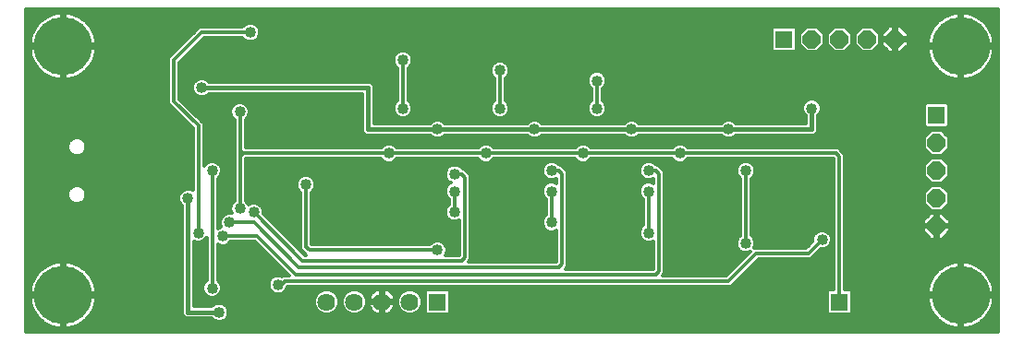
<source format=gbl>
G75*
G70*
%OFA0B0*%
%FSLAX24Y24*%
%IPPOS*%
%LPD*%
%AMOC8*
5,1,8,0,0,1.08239X$1,22.5*
%
%ADD10R,0.0640X0.0640*%
%ADD11OC8,0.0640*%
%ADD12C,0.2100*%
%ADD13C,0.0640*%
%ADD14C,0.0120*%
%ADD15C,0.0400*%
%ADD16C,0.0160*%
D10*
X015474Y007697D03*
X029974Y007697D03*
X033474Y014447D03*
X027974Y017197D03*
D11*
X028974Y017197D03*
X029974Y017197D03*
X030974Y017197D03*
X031974Y017197D03*
X033474Y013447D03*
X033474Y012447D03*
X033474Y011447D03*
X033474Y010447D03*
D12*
X034349Y007947D03*
X034349Y016947D03*
X001974Y016947D03*
X001974Y007947D03*
D13*
X011474Y007697D03*
X012474Y007697D03*
X013474Y007697D03*
X014474Y007697D03*
D14*
X000634Y006607D02*
X000634Y018283D01*
X035684Y018283D01*
X035684Y006607D01*
X000634Y006607D01*
X000634Y006648D02*
X035684Y006648D01*
X035684Y006766D02*
X034613Y006766D01*
X034552Y006752D02*
X034684Y006782D01*
X034812Y006827D01*
X034935Y006886D01*
X035050Y006959D01*
X035156Y007043D01*
X035252Y007139D01*
X035337Y007246D01*
X035409Y007361D01*
X035468Y007483D01*
X035513Y007611D01*
X035543Y007744D01*
X035559Y007879D01*
X035559Y007887D01*
X034409Y007887D01*
X034409Y008007D01*
X035559Y008007D01*
X035559Y008015D01*
X035543Y008150D01*
X035513Y008282D01*
X035468Y008411D01*
X035409Y008533D01*
X035337Y008648D01*
X035252Y008754D01*
X035156Y008851D01*
X035050Y008935D01*
X034935Y009008D01*
X034812Y009067D01*
X034684Y009111D01*
X034552Y009142D01*
X034417Y009157D01*
X034409Y009157D01*
X034409Y008007D01*
X034289Y008007D01*
X034289Y009157D01*
X034281Y009157D01*
X034146Y009142D01*
X034013Y009111D01*
X033885Y009067D01*
X033762Y009008D01*
X033647Y008935D01*
X033541Y008851D01*
X033445Y008754D01*
X033360Y008648D01*
X033288Y008533D01*
X033229Y008411D01*
X033184Y008282D01*
X033154Y008150D01*
X033139Y008015D01*
X033139Y008007D01*
X034289Y008007D01*
X034289Y007887D01*
X034409Y007887D01*
X034409Y006737D01*
X034417Y006737D01*
X034552Y006752D01*
X034409Y006766D02*
X034289Y006766D01*
X034289Y006737D02*
X034289Y007887D01*
X033139Y007887D01*
X033139Y007879D01*
X033154Y007744D01*
X033184Y007611D01*
X033229Y007483D01*
X033288Y007361D01*
X033360Y007246D01*
X033445Y007139D01*
X033541Y007043D01*
X033647Y006959D01*
X033762Y006886D01*
X033885Y006827D01*
X034013Y006782D01*
X034146Y006752D01*
X034281Y006737D01*
X034289Y006737D01*
X034289Y006885D02*
X034409Y006885D01*
X034409Y007003D02*
X034289Y007003D01*
X034289Y007122D02*
X034409Y007122D01*
X034409Y007240D02*
X034289Y007240D01*
X034289Y007359D02*
X034409Y007359D01*
X034409Y007477D02*
X034289Y007477D01*
X034289Y007596D02*
X034409Y007596D01*
X034409Y007714D02*
X034289Y007714D01*
X034289Y007833D02*
X034409Y007833D01*
X034409Y007952D02*
X035684Y007952D01*
X035684Y008070D02*
X035552Y008070D01*
X035535Y008189D02*
X035684Y008189D01*
X035684Y008307D02*
X035505Y008307D01*
X035461Y008426D02*
X035684Y008426D01*
X035684Y008544D02*
X035402Y008544D01*
X035325Y008663D02*
X035684Y008663D01*
X035684Y008781D02*
X035225Y008781D01*
X035094Y008900D02*
X035684Y008900D01*
X035684Y009018D02*
X034912Y009018D01*
X034572Y009137D02*
X035684Y009137D01*
X035684Y009256D02*
X030174Y009256D01*
X030174Y009374D02*
X035684Y009374D01*
X035684Y009493D02*
X030174Y009493D01*
X030174Y009611D02*
X035684Y009611D01*
X035684Y009730D02*
X030174Y009730D01*
X030174Y009848D02*
X035684Y009848D01*
X035684Y009967D02*
X030174Y009967D01*
X030174Y010085D02*
X033156Y010085D01*
X033038Y010204D02*
X030174Y010204D01*
X030174Y010322D02*
X032994Y010322D01*
X032994Y010248D02*
X032994Y010407D01*
X033433Y010407D01*
X033433Y010487D01*
X032994Y010487D01*
X032994Y010646D01*
X033275Y010927D01*
X033434Y010927D01*
X033434Y010487D01*
X033514Y010487D01*
X033954Y010487D01*
X033954Y010646D01*
X033672Y010927D01*
X033514Y010927D01*
X033514Y010487D01*
X033514Y010407D01*
X033954Y010407D01*
X033954Y010248D01*
X033672Y009967D01*
X033514Y009967D01*
X033514Y010407D01*
X033434Y010407D01*
X033434Y009967D01*
X033275Y009967D01*
X032994Y010248D01*
X033434Y010204D02*
X033514Y010204D01*
X033514Y010322D02*
X033434Y010322D01*
X033433Y010441D02*
X030174Y010441D01*
X030174Y010560D02*
X032994Y010560D01*
X033026Y010678D02*
X030174Y010678D01*
X030174Y010797D02*
X033145Y010797D01*
X033263Y010915D02*
X030174Y010915D01*
X030174Y011034D02*
X033236Y011034D01*
X033283Y010987D02*
X033014Y011256D01*
X033014Y011637D01*
X033283Y011907D01*
X033664Y011907D01*
X033934Y011637D01*
X033934Y011256D01*
X033664Y010987D01*
X033283Y010987D01*
X033434Y010915D02*
X033514Y010915D01*
X033514Y010797D02*
X033434Y010797D01*
X033434Y010678D02*
X033514Y010678D01*
X033514Y010560D02*
X033434Y010560D01*
X033514Y010441D02*
X035684Y010441D01*
X035684Y010322D02*
X033954Y010322D01*
X033909Y010204D02*
X035684Y010204D01*
X035684Y010085D02*
X033791Y010085D01*
X033514Y010085D02*
X033434Y010085D01*
X033954Y010560D02*
X035684Y010560D01*
X035684Y010678D02*
X033921Y010678D01*
X033803Y010797D02*
X035684Y010797D01*
X035684Y010915D02*
X033684Y010915D01*
X033711Y011034D02*
X035684Y011034D01*
X035684Y011152D02*
X033830Y011152D01*
X033934Y011271D02*
X035684Y011271D01*
X035684Y011389D02*
X033934Y011389D01*
X033934Y011508D02*
X035684Y011508D01*
X035684Y011626D02*
X033934Y011626D01*
X033826Y011745D02*
X035684Y011745D01*
X035684Y011864D02*
X033708Y011864D01*
X033664Y011987D02*
X033283Y011987D01*
X033014Y012256D01*
X033014Y012637D01*
X033283Y012907D01*
X033664Y012907D01*
X033934Y012637D01*
X033934Y012256D01*
X033664Y011987D01*
X033778Y012101D02*
X035684Y012101D01*
X035684Y012219D02*
X033896Y012219D01*
X033934Y012338D02*
X035684Y012338D01*
X035684Y012456D02*
X033934Y012456D01*
X033934Y012575D02*
X035684Y012575D01*
X035684Y012693D02*
X033878Y012693D01*
X033759Y012812D02*
X035684Y012812D01*
X035684Y012930D02*
X030174Y012930D01*
X030174Y012864D02*
X030174Y013030D01*
X030049Y013155D01*
X029932Y013272D01*
X024504Y013272D01*
X024416Y013360D01*
X024291Y013412D01*
X024156Y013412D01*
X024031Y013360D01*
X023943Y013272D01*
X021004Y013272D01*
X020916Y013360D01*
X020791Y013412D01*
X020656Y013412D01*
X020531Y013360D01*
X020443Y013272D01*
X017504Y013272D01*
X017416Y013360D01*
X017291Y013412D01*
X017156Y013412D01*
X017031Y013360D01*
X016943Y013272D01*
X014004Y013272D01*
X013916Y013360D01*
X013791Y013412D01*
X013656Y013412D01*
X013531Y013360D01*
X013443Y013272D01*
X008557Y013272D01*
X008549Y013280D01*
X008549Y014291D01*
X008637Y014379D01*
X008689Y014504D01*
X008689Y014640D01*
X008637Y014764D01*
X008541Y014860D01*
X008416Y014912D01*
X008281Y014912D01*
X008156Y014860D01*
X008060Y014764D01*
X008009Y014640D01*
X008009Y014504D01*
X008060Y014379D01*
X008149Y014291D01*
X008149Y013280D01*
X008149Y013114D01*
X008149Y013030D01*
X008149Y012864D01*
X008149Y011353D01*
X008060Y011264D01*
X008009Y011140D01*
X008009Y011004D01*
X008048Y010909D01*
X008041Y010912D01*
X007906Y010912D01*
X007781Y010860D01*
X007685Y010764D01*
X007634Y010640D01*
X007634Y010504D01*
X007672Y010412D01*
X007656Y010412D01*
X007549Y010367D01*
X007549Y012166D01*
X007637Y012254D01*
X007689Y012379D01*
X007689Y012515D01*
X007637Y012639D01*
X007541Y012735D01*
X007416Y012787D01*
X007281Y012787D01*
X007156Y012735D01*
X007060Y012639D01*
X007049Y012611D01*
X007049Y014155D01*
X006932Y014272D01*
X006931Y014272D01*
X006174Y015030D01*
X006174Y016364D01*
X007057Y017247D01*
X008443Y017247D01*
X008531Y017159D01*
X008656Y017107D01*
X008791Y017107D01*
X008916Y017159D01*
X009012Y017254D01*
X009064Y017379D01*
X009064Y017515D01*
X009012Y017639D01*
X008916Y017735D01*
X008791Y017787D01*
X008656Y017787D01*
X008531Y017735D01*
X008443Y017647D01*
X006891Y017647D01*
X006774Y017530D01*
X005774Y016530D01*
X005774Y016364D01*
X005774Y014864D01*
X005891Y014747D01*
X006649Y013989D01*
X006649Y011742D01*
X006541Y011787D01*
X006406Y011787D01*
X006281Y011735D01*
X006185Y011639D01*
X006134Y011515D01*
X006134Y011379D01*
X006185Y011254D01*
X006254Y011186D01*
X006254Y007413D01*
X006254Y007231D01*
X006383Y007102D01*
X007338Y007102D01*
X007406Y007034D01*
X007531Y006982D01*
X007666Y006982D01*
X007791Y007034D01*
X007887Y007129D01*
X007939Y007254D01*
X007939Y007390D01*
X007887Y007514D01*
X007791Y007610D01*
X007666Y007662D01*
X007531Y007662D01*
X007406Y007610D01*
X007338Y007542D01*
X006694Y007542D01*
X006694Y009893D01*
X006781Y009857D01*
X006916Y009857D01*
X007041Y009909D01*
X007137Y010004D01*
X007149Y010033D01*
X007149Y008478D01*
X007060Y008389D01*
X007009Y008265D01*
X007009Y008129D01*
X007060Y008004D01*
X007156Y007909D01*
X007281Y007857D01*
X007416Y007857D01*
X007541Y007909D01*
X007637Y008004D01*
X007689Y008129D01*
X007689Y008265D01*
X007637Y008389D01*
X007549Y008478D01*
X007549Y009776D01*
X007656Y009732D01*
X007791Y009732D01*
X007916Y009784D01*
X008004Y009872D01*
X008891Y009872D01*
X010116Y008647D01*
X009891Y008647D01*
X009872Y008628D01*
X009791Y008662D01*
X009656Y008662D01*
X009531Y008610D01*
X009435Y008514D01*
X009384Y008390D01*
X009384Y008254D01*
X009435Y008129D01*
X009531Y008034D01*
X009656Y007982D01*
X009791Y007982D01*
X009916Y008034D01*
X010012Y008129D01*
X010061Y008247D01*
X025891Y008247D01*
X026057Y008247D01*
X027057Y009247D01*
X028766Y009247D01*
X028932Y009247D01*
X029292Y009607D01*
X029416Y009607D01*
X029541Y009659D01*
X029637Y009754D01*
X029689Y009879D01*
X029689Y010015D01*
X029637Y010139D01*
X029541Y010235D01*
X029416Y010287D01*
X029281Y010287D01*
X029156Y010235D01*
X029060Y010139D01*
X029009Y010015D01*
X029009Y009890D01*
X028766Y009647D01*
X026894Y009647D01*
X026939Y009754D01*
X026939Y009890D01*
X026887Y010014D01*
X026799Y010103D01*
X026799Y012166D01*
X026887Y012254D01*
X026939Y012379D01*
X026939Y012515D01*
X026887Y012639D01*
X026791Y012735D01*
X026666Y012787D01*
X026531Y012787D01*
X026406Y012735D01*
X026310Y012639D01*
X026259Y012515D01*
X026259Y012379D01*
X026310Y012254D01*
X026399Y012166D01*
X026399Y010103D01*
X026310Y010014D01*
X026259Y009890D01*
X026259Y009754D01*
X026310Y009629D01*
X026406Y009534D01*
X026531Y009482D01*
X026666Y009482D01*
X026768Y009524D01*
X025891Y008647D01*
X023581Y008647D01*
X023674Y008739D01*
X023674Y012405D01*
X023557Y012522D01*
X023432Y012647D01*
X023379Y012647D01*
X023291Y012735D01*
X023166Y012787D01*
X023031Y012787D01*
X022906Y012735D01*
X022810Y012639D01*
X022759Y012515D01*
X022759Y012379D01*
X022810Y012254D01*
X022906Y012159D01*
X023031Y012107D01*
X023166Y012107D01*
X023274Y012151D01*
X023274Y011992D01*
X023166Y012037D01*
X023031Y012037D01*
X022906Y011985D01*
X022810Y011889D01*
X022759Y011765D01*
X022759Y011629D01*
X022810Y011504D01*
X022899Y011416D01*
X022899Y010478D01*
X022810Y010389D01*
X022759Y010265D01*
X022759Y010129D01*
X022810Y010004D01*
X022906Y009909D01*
X023031Y009857D01*
X023166Y009857D01*
X023274Y009901D01*
X023274Y008905D01*
X023266Y008897D01*
X020081Y008897D01*
X020174Y008989D01*
X020174Y009155D01*
X020174Y012405D01*
X020057Y012522D01*
X020056Y012522D01*
X019932Y012647D01*
X019879Y012647D01*
X019791Y012735D01*
X019666Y012787D01*
X019531Y012787D01*
X019406Y012735D01*
X019310Y012639D01*
X019259Y012515D01*
X019259Y012379D01*
X019310Y012254D01*
X019406Y012159D01*
X019531Y012107D01*
X019666Y012107D01*
X019774Y012151D01*
X019774Y011992D01*
X019666Y012037D01*
X019531Y012037D01*
X019406Y011985D01*
X019310Y011889D01*
X019259Y011765D01*
X019259Y011629D01*
X019310Y011504D01*
X019399Y011416D01*
X019399Y010853D01*
X019310Y010764D01*
X019259Y010640D01*
X019259Y010504D01*
X019310Y010379D01*
X019406Y010284D01*
X019531Y010232D01*
X019666Y010232D01*
X019774Y010276D01*
X019774Y009155D01*
X019766Y009147D01*
X016581Y009147D01*
X016674Y009239D01*
X016674Y009405D01*
X016674Y012280D01*
X016557Y012397D01*
X016432Y012522D01*
X016379Y012522D01*
X016291Y012610D01*
X016166Y012662D01*
X016031Y012662D01*
X015906Y012610D01*
X015810Y012514D01*
X015759Y012390D01*
X015759Y012254D01*
X015810Y012129D01*
X015906Y012034D01*
X015965Y012009D01*
X015906Y011985D01*
X015810Y011889D01*
X015759Y011765D01*
X015759Y011629D01*
X015810Y011504D01*
X015899Y011416D01*
X015899Y011228D01*
X015810Y011139D01*
X015759Y011015D01*
X015759Y010879D01*
X015810Y010754D01*
X015906Y010659D01*
X016031Y010607D01*
X016166Y010607D01*
X016274Y010651D01*
X016274Y009405D01*
X016266Y009397D01*
X015769Y009397D01*
X015814Y009504D01*
X015814Y009640D01*
X015762Y009764D01*
X015666Y009860D01*
X015541Y009912D01*
X015406Y009912D01*
X015281Y009860D01*
X015193Y009772D01*
X010932Y009772D01*
X010924Y009780D01*
X010924Y011666D01*
X011012Y011754D01*
X011064Y011879D01*
X011064Y012015D01*
X011012Y012139D01*
X010916Y012235D01*
X010791Y012287D01*
X010656Y012287D01*
X010531Y012235D01*
X010435Y012139D01*
X010384Y012015D01*
X010384Y011879D01*
X010435Y011754D01*
X010524Y011666D01*
X010524Y009780D01*
X010524Y009614D01*
X010649Y009489D01*
X010741Y009397D01*
X010682Y009397D01*
X009189Y010890D01*
X009189Y011015D01*
X009137Y011139D01*
X009041Y011235D01*
X008916Y011287D01*
X008781Y011287D01*
X008656Y011235D01*
X008651Y011230D01*
X008637Y011264D01*
X008549Y011353D01*
X008549Y012864D01*
X008557Y012872D01*
X013443Y012872D01*
X013531Y012784D01*
X013656Y012732D01*
X013791Y012732D01*
X013916Y012784D01*
X014004Y012872D01*
X016943Y012872D01*
X017031Y012784D01*
X017156Y012732D01*
X017291Y012732D01*
X017416Y012784D01*
X017504Y012872D01*
X020443Y012872D01*
X020531Y012784D01*
X020656Y012732D01*
X020791Y012732D01*
X020916Y012784D01*
X021004Y012872D01*
X023943Y012872D01*
X024031Y012784D01*
X024156Y012732D01*
X024291Y012732D01*
X024416Y012784D01*
X024504Y012872D01*
X029766Y012872D01*
X029774Y012864D01*
X029774Y008157D01*
X029596Y008157D01*
X029514Y008075D01*
X029514Y007319D01*
X029596Y007237D01*
X030352Y007237D01*
X030434Y007319D01*
X030434Y008075D01*
X030352Y008157D01*
X030174Y008157D01*
X030174Y012864D01*
X030174Y012812D02*
X033188Y012812D01*
X033070Y012693D02*
X030174Y012693D01*
X030174Y012575D02*
X033014Y012575D01*
X033014Y012456D02*
X030174Y012456D01*
X030174Y012338D02*
X033014Y012338D01*
X033051Y012219D02*
X030174Y012219D01*
X030174Y012101D02*
X033169Y012101D01*
X033240Y011864D02*
X030174Y011864D01*
X030174Y011982D02*
X035684Y011982D01*
X035684Y013049D02*
X033726Y013049D01*
X033664Y012987D02*
X033934Y013256D01*
X033934Y013637D01*
X033664Y013907D01*
X033283Y013907D01*
X033014Y013637D01*
X033014Y013256D01*
X033283Y012987D01*
X033664Y012987D01*
X033845Y013167D02*
X035684Y013167D01*
X035684Y013286D02*
X033934Y013286D01*
X033934Y013405D02*
X035684Y013405D01*
X035684Y013523D02*
X033934Y013523D01*
X033929Y013642D02*
X035684Y013642D01*
X035684Y013760D02*
X033811Y013760D01*
X033692Y013879D02*
X035684Y013879D01*
X035684Y013997D02*
X033862Y013997D01*
X033852Y013987D02*
X033934Y014069D01*
X033934Y014825D01*
X033852Y014907D01*
X033096Y014907D01*
X033014Y014825D01*
X033014Y014069D01*
X033096Y013987D01*
X033852Y013987D01*
X033934Y014116D02*
X035684Y014116D01*
X035684Y014234D02*
X033934Y014234D01*
X033934Y014353D02*
X035684Y014353D01*
X035684Y014471D02*
X033934Y014471D01*
X033934Y014590D02*
X035684Y014590D01*
X035684Y014709D02*
X033934Y014709D01*
X033931Y014827D02*
X035684Y014827D01*
X035684Y014946D02*
X029206Y014946D01*
X029166Y014985D02*
X029041Y015037D01*
X028906Y015037D01*
X028781Y014985D01*
X028685Y014889D01*
X028634Y014765D01*
X028634Y014629D01*
X028685Y014504D01*
X028754Y014436D01*
X028754Y014167D01*
X026234Y014167D01*
X026166Y014235D01*
X026041Y014287D01*
X025906Y014287D01*
X025781Y014235D01*
X025713Y014167D01*
X022734Y014167D01*
X022666Y014235D01*
X022541Y014287D01*
X022406Y014287D01*
X022281Y014235D01*
X022213Y014167D01*
X019234Y014167D01*
X019166Y014235D01*
X019041Y014287D01*
X018906Y014287D01*
X018781Y014235D01*
X018713Y014167D01*
X015734Y014167D01*
X015666Y014235D01*
X015541Y014287D01*
X015406Y014287D01*
X015281Y014235D01*
X015213Y014167D01*
X013194Y014167D01*
X013194Y015356D01*
X013194Y015538D01*
X013065Y015667D01*
X007234Y015667D01*
X007166Y015735D01*
X007041Y015787D01*
X006906Y015787D01*
X006781Y015735D01*
X006685Y015639D01*
X006634Y015515D01*
X006634Y015379D01*
X006685Y015254D01*
X006781Y015159D01*
X006906Y015107D01*
X007041Y015107D01*
X007166Y015159D01*
X007234Y015227D01*
X012754Y015227D01*
X012754Y014038D01*
X012754Y013856D01*
X012883Y013727D01*
X015213Y013727D01*
X015281Y013659D01*
X015406Y013607D01*
X015541Y013607D01*
X015666Y013659D01*
X015734Y013727D01*
X018713Y013727D01*
X018781Y013659D01*
X018906Y013607D01*
X019041Y013607D01*
X019166Y013659D01*
X019234Y013727D01*
X022213Y013727D01*
X022281Y013659D01*
X022406Y013607D01*
X022541Y013607D01*
X022666Y013659D01*
X022734Y013727D01*
X025713Y013727D01*
X025781Y013659D01*
X025906Y013607D01*
X026041Y013607D01*
X026166Y013659D01*
X026234Y013727D01*
X029065Y013727D01*
X029194Y013856D01*
X029194Y014038D01*
X029194Y014436D01*
X029262Y014504D01*
X029314Y014629D01*
X029314Y014765D01*
X029262Y014889D01*
X029166Y014985D01*
X029288Y014827D02*
X033016Y014827D01*
X033014Y014709D02*
X029314Y014709D01*
X029297Y014590D02*
X033014Y014590D01*
X033014Y014471D02*
X029229Y014471D01*
X029194Y014353D02*
X033014Y014353D01*
X033014Y014234D02*
X029194Y014234D01*
X029194Y014116D02*
X033014Y014116D01*
X033085Y013997D02*
X029194Y013997D01*
X029194Y013879D02*
X033255Y013879D01*
X033136Y013760D02*
X029098Y013760D01*
X028754Y014234D02*
X026167Y014234D01*
X025780Y014234D02*
X022667Y014234D01*
X022280Y014234D02*
X019167Y014234D01*
X018780Y014234D02*
X015667Y014234D01*
X015280Y014234D02*
X013194Y014234D01*
X013194Y014353D02*
X028754Y014353D01*
X028718Y014471D02*
X021479Y014471D01*
X021512Y014504D02*
X021564Y014629D01*
X021564Y014765D01*
X021512Y014889D01*
X021424Y014978D01*
X021424Y015416D01*
X021512Y015504D01*
X021564Y015629D01*
X021564Y015765D01*
X021512Y015889D01*
X021416Y015985D01*
X021291Y016037D01*
X021156Y016037D01*
X021031Y015985D01*
X020935Y015889D01*
X020884Y015765D01*
X020884Y015629D01*
X020935Y015504D01*
X021024Y015416D01*
X021024Y014978D01*
X020935Y014889D01*
X020884Y014765D01*
X020884Y014629D01*
X020935Y014504D01*
X021031Y014409D01*
X021156Y014357D01*
X021291Y014357D01*
X021416Y014409D01*
X021512Y014504D01*
X021547Y014590D02*
X028650Y014590D01*
X028634Y014709D02*
X021564Y014709D01*
X021538Y014827D02*
X028660Y014827D01*
X028742Y014946D02*
X021456Y014946D01*
X021424Y015064D02*
X035684Y015064D01*
X035684Y015183D02*
X021424Y015183D01*
X021424Y015301D02*
X035684Y015301D01*
X035684Y015420D02*
X021427Y015420D01*
X021526Y015538D02*
X035684Y015538D01*
X035684Y015657D02*
X021564Y015657D01*
X021559Y015775D02*
X034044Y015775D01*
X034013Y015782D02*
X034146Y015752D01*
X034281Y015737D01*
X034289Y015737D01*
X034289Y016887D01*
X034409Y016887D01*
X034409Y017007D01*
X035559Y017007D01*
X035559Y017015D01*
X035543Y017150D01*
X035513Y017282D01*
X035468Y017411D01*
X035409Y017533D01*
X035337Y017648D01*
X035252Y017754D01*
X035156Y017851D01*
X035050Y017935D01*
X034935Y018008D01*
X034812Y018067D01*
X034684Y018111D01*
X034552Y018142D01*
X034417Y018157D01*
X034409Y018157D01*
X034409Y017007D01*
X034289Y017007D01*
X034289Y018157D01*
X034281Y018157D01*
X034146Y018142D01*
X034013Y018111D01*
X033885Y018067D01*
X033762Y018008D01*
X033647Y017935D01*
X033541Y017851D01*
X033445Y017754D01*
X033360Y017648D01*
X033288Y017533D01*
X033229Y017411D01*
X033184Y017282D01*
X033154Y017150D01*
X033139Y017015D01*
X033139Y017007D01*
X034289Y017007D01*
X034289Y016887D01*
X033139Y016887D01*
X033139Y016879D01*
X033154Y016744D01*
X033184Y016611D01*
X033229Y016483D01*
X033288Y016361D01*
X033360Y016246D01*
X033445Y016139D01*
X033541Y016043D01*
X033647Y015959D01*
X033762Y015886D01*
X033885Y015827D01*
X034013Y015782D01*
X034289Y015775D02*
X034409Y015775D01*
X034409Y015737D02*
X034417Y015737D01*
X034552Y015752D01*
X034684Y015782D01*
X034812Y015827D01*
X034935Y015886D01*
X035050Y015959D01*
X035156Y016043D01*
X035252Y016139D01*
X035337Y016246D01*
X035409Y016361D01*
X035468Y016483D01*
X035513Y016611D01*
X035543Y016744D01*
X035559Y016879D01*
X035559Y016887D01*
X034409Y016887D01*
X034409Y015737D01*
X034409Y015894D02*
X034289Y015894D01*
X034289Y016013D02*
X034409Y016013D01*
X034409Y016131D02*
X034289Y016131D01*
X034289Y016250D02*
X034409Y016250D01*
X034409Y016368D02*
X034289Y016368D01*
X034289Y016487D02*
X034409Y016487D01*
X034409Y016605D02*
X034289Y016605D01*
X034289Y016724D02*
X034409Y016724D01*
X034409Y016842D02*
X034289Y016842D01*
X034289Y016961D02*
X032416Y016961D01*
X032454Y016998D02*
X032172Y016717D01*
X032014Y016717D01*
X032014Y017157D01*
X032014Y017237D01*
X032454Y017237D01*
X032454Y017396D01*
X032172Y017677D01*
X032014Y017677D01*
X032014Y017237D01*
X031934Y017237D01*
X031934Y017677D01*
X031775Y017677D01*
X031494Y017396D01*
X031494Y017237D01*
X031933Y017237D01*
X031933Y017157D01*
X031494Y017157D01*
X031494Y016998D01*
X031775Y016717D01*
X031934Y016717D01*
X031934Y017157D01*
X032014Y017157D01*
X032454Y017157D01*
X032454Y016998D01*
X032454Y017079D02*
X033146Y017079D01*
X033165Y017198D02*
X032014Y017198D01*
X031933Y017198D02*
X031434Y017198D01*
X031434Y017316D02*
X031494Y017316D01*
X031434Y017387D02*
X031434Y017006D01*
X031164Y016737D01*
X030783Y016737D01*
X030514Y017006D01*
X030514Y017387D01*
X030783Y017657D01*
X031164Y017657D01*
X031434Y017387D01*
X031386Y017435D02*
X031533Y017435D01*
X031652Y017554D02*
X031268Y017554D01*
X031770Y017672D02*
X008979Y017672D01*
X009048Y017554D02*
X027514Y017554D01*
X027514Y017575D02*
X027514Y016819D01*
X027596Y016737D01*
X028352Y016737D01*
X028434Y016819D01*
X028434Y017575D01*
X028352Y017657D01*
X027596Y017657D01*
X027514Y017575D01*
X027514Y017435D02*
X009064Y017435D01*
X009038Y017316D02*
X027514Y017316D01*
X027514Y017198D02*
X008956Y017198D01*
X008724Y017447D02*
X006974Y017447D01*
X005974Y016447D01*
X005974Y014947D01*
X006849Y014072D01*
X006849Y010197D01*
X007099Y009967D02*
X007149Y009967D01*
X007149Y009848D02*
X006694Y009848D01*
X006694Y009730D02*
X007149Y009730D01*
X007149Y009611D02*
X006694Y009611D01*
X006694Y009493D02*
X007149Y009493D01*
X007149Y009374D02*
X006694Y009374D01*
X006694Y009256D02*
X007149Y009256D01*
X007149Y009137D02*
X006694Y009137D01*
X006694Y009018D02*
X007149Y009018D01*
X007149Y008900D02*
X006694Y008900D01*
X006694Y008781D02*
X007149Y008781D01*
X007149Y008663D02*
X006694Y008663D01*
X006694Y008544D02*
X007149Y008544D01*
X007097Y008426D02*
X006694Y008426D01*
X006694Y008307D02*
X007026Y008307D01*
X007009Y008189D02*
X006694Y008189D01*
X006694Y008070D02*
X007033Y008070D01*
X007113Y007952D02*
X006694Y007952D01*
X006694Y007833D02*
X011032Y007833D01*
X011014Y007788D02*
X011014Y007605D01*
X011084Y007436D01*
X011213Y007307D01*
X011382Y007237D01*
X011565Y007237D01*
X011734Y007307D01*
X011864Y007436D01*
X011934Y007605D01*
X011934Y007788D01*
X011864Y007957D01*
X011734Y008087D01*
X011565Y008157D01*
X011382Y008157D01*
X011213Y008087D01*
X011084Y007957D01*
X011014Y007788D01*
X011014Y007714D02*
X006694Y007714D01*
X006694Y007596D02*
X007392Y007596D01*
X007805Y007596D02*
X011018Y007596D01*
X011067Y007477D02*
X007902Y007477D01*
X007939Y007359D02*
X011161Y007359D01*
X011374Y007240D02*
X007933Y007240D01*
X007879Y007122D02*
X033463Y007122D01*
X033365Y007240D02*
X030355Y007240D01*
X030434Y007359D02*
X033289Y007359D01*
X033232Y007477D02*
X030434Y007477D01*
X030434Y007596D02*
X033190Y007596D01*
X033161Y007714D02*
X030434Y007714D01*
X030434Y007833D02*
X033144Y007833D01*
X033145Y008070D02*
X030434Y008070D01*
X030434Y007952D02*
X034289Y007952D01*
X034289Y008070D02*
X034409Y008070D01*
X034409Y008189D02*
X034289Y008189D01*
X034289Y008307D02*
X034409Y008307D01*
X034409Y008426D02*
X034289Y008426D01*
X034289Y008544D02*
X034409Y008544D01*
X034409Y008663D02*
X034289Y008663D01*
X034289Y008781D02*
X034409Y008781D01*
X034409Y008900D02*
X034289Y008900D01*
X034289Y009018D02*
X034409Y009018D01*
X034409Y009137D02*
X034289Y009137D01*
X034125Y009137D02*
X030174Y009137D01*
X030174Y009018D02*
X033785Y009018D01*
X033603Y008900D02*
X030174Y008900D01*
X030174Y008781D02*
X033472Y008781D01*
X033372Y008663D02*
X030174Y008663D01*
X030174Y008544D02*
X033295Y008544D01*
X033236Y008426D02*
X030174Y008426D01*
X030174Y008307D02*
X033193Y008307D01*
X033163Y008189D02*
X030174Y008189D01*
X029774Y008189D02*
X010036Y008189D01*
X009953Y008070D02*
X011196Y008070D01*
X011081Y007952D02*
X007584Y007952D01*
X007664Y008070D02*
X009495Y008070D01*
X009411Y008189D02*
X007689Y008189D01*
X007671Y008307D02*
X009384Y008307D01*
X009399Y008426D02*
X007601Y008426D01*
X007549Y008544D02*
X009465Y008544D01*
X009724Y008322D02*
X009849Y008322D01*
X009974Y008447D01*
X025974Y008447D01*
X026974Y009447D01*
X028849Y009447D01*
X029349Y009947D01*
X029659Y010085D02*
X029774Y010085D01*
X029774Y009967D02*
X029689Y009967D01*
X029676Y009848D02*
X029774Y009848D01*
X029774Y009730D02*
X029612Y009730D01*
X029774Y009611D02*
X029427Y009611D01*
X029177Y009493D02*
X029774Y009493D01*
X029774Y009374D02*
X029059Y009374D01*
X028940Y009256D02*
X029774Y009256D01*
X029774Y009137D02*
X026947Y009137D01*
X026828Y009018D02*
X029774Y009018D01*
X029774Y008900D02*
X026710Y008900D01*
X026591Y008781D02*
X029774Y008781D01*
X029774Y008663D02*
X026472Y008663D01*
X026354Y008544D02*
X029774Y008544D01*
X029774Y008426D02*
X026235Y008426D01*
X026117Y008307D02*
X029774Y008307D01*
X029514Y008070D02*
X015934Y008070D01*
X015934Y008075D02*
X015852Y008157D01*
X015096Y008157D01*
X015014Y008075D01*
X015014Y007319D01*
X015096Y007237D01*
X015852Y007237D01*
X015934Y007319D01*
X015934Y008075D01*
X015934Y007952D02*
X029514Y007952D01*
X029514Y007833D02*
X015934Y007833D01*
X015934Y007714D02*
X029514Y007714D01*
X029514Y007596D02*
X015934Y007596D01*
X015934Y007477D02*
X029514Y007477D01*
X029514Y007359D02*
X015934Y007359D01*
X015855Y007240D02*
X029592Y007240D01*
X029974Y007697D02*
X029974Y012947D01*
X029849Y013072D01*
X024224Y013072D01*
X020724Y013072D01*
X017224Y013072D01*
X013724Y013072D01*
X008474Y013072D01*
X008349Y012947D01*
X008349Y013072D01*
X008349Y013197D01*
X008474Y013072D01*
X008349Y013072D01*
X008349Y013197D02*
X008349Y014572D01*
X008660Y014709D02*
X012754Y014709D01*
X012754Y014827D02*
X008574Y014827D01*
X008689Y014590D02*
X012754Y014590D01*
X012754Y014471D02*
X008675Y014471D01*
X008610Y014353D02*
X012754Y014353D01*
X012754Y014234D02*
X008549Y014234D01*
X008549Y014116D02*
X012754Y014116D01*
X012754Y013997D02*
X008549Y013997D01*
X008549Y013879D02*
X012754Y013879D01*
X012849Y013760D02*
X008549Y013760D01*
X008549Y013642D02*
X015322Y013642D01*
X015625Y013642D02*
X018822Y013642D01*
X019125Y013642D02*
X022322Y013642D01*
X022625Y013642D02*
X025822Y013642D01*
X026125Y013642D02*
X033018Y013642D01*
X033014Y013523D02*
X008549Y013523D01*
X008549Y013405D02*
X013638Y013405D01*
X013809Y013405D02*
X017138Y013405D01*
X017309Y013405D02*
X020638Y013405D01*
X020809Y013405D02*
X024138Y013405D01*
X024309Y013405D02*
X033014Y013405D01*
X033014Y013286D02*
X024490Y013286D01*
X023957Y013286D02*
X020990Y013286D01*
X020457Y013286D02*
X017490Y013286D01*
X016957Y013286D02*
X013990Y013286D01*
X013457Y013286D02*
X008549Y013286D01*
X008149Y013286D02*
X007049Y013286D01*
X007049Y013167D02*
X008149Y013167D01*
X008149Y013049D02*
X007049Y013049D01*
X007049Y012930D02*
X008149Y012930D01*
X008149Y012812D02*
X007049Y012812D01*
X007049Y012693D02*
X007114Y012693D01*
X007349Y012447D02*
X007349Y008197D01*
X007549Y008663D02*
X010100Y008663D01*
X009981Y008781D02*
X007549Y008781D01*
X007549Y008900D02*
X009863Y008900D01*
X009744Y009018D02*
X007549Y009018D01*
X007549Y009137D02*
X009626Y009137D01*
X009507Y009256D02*
X007549Y009256D01*
X007549Y009374D02*
X009389Y009374D01*
X009270Y009493D02*
X007549Y009493D01*
X007549Y009611D02*
X009152Y009611D01*
X009033Y009730D02*
X007549Y009730D01*
X007724Y010072D02*
X008974Y010072D01*
X010349Y008697D01*
X023349Y008697D01*
X023474Y008822D01*
X023474Y012322D01*
X023349Y012447D01*
X023099Y012447D01*
X023333Y012693D02*
X026364Y012693D01*
X026284Y012575D02*
X023504Y012575D01*
X023622Y012456D02*
X026259Y012456D01*
X026276Y012338D02*
X023674Y012338D01*
X023674Y012219D02*
X026346Y012219D01*
X026399Y012101D02*
X023674Y012101D01*
X023674Y011982D02*
X026399Y011982D01*
X026399Y011864D02*
X023674Y011864D01*
X023674Y011745D02*
X026399Y011745D01*
X026399Y011626D02*
X023674Y011626D01*
X023674Y011508D02*
X026399Y011508D01*
X026399Y011389D02*
X023674Y011389D01*
X023674Y011271D02*
X026399Y011271D01*
X026399Y011152D02*
X023674Y011152D01*
X023674Y011034D02*
X026399Y011034D01*
X026399Y010915D02*
X023674Y010915D01*
X023674Y010797D02*
X026399Y010797D01*
X026399Y010678D02*
X023674Y010678D01*
X023674Y010560D02*
X026399Y010560D01*
X026399Y010441D02*
X023674Y010441D01*
X023674Y010322D02*
X026399Y010322D01*
X026399Y010204D02*
X023674Y010204D01*
X023674Y010085D02*
X026381Y010085D01*
X026291Y009967D02*
X023674Y009967D01*
X023674Y009848D02*
X026259Y009848D01*
X026269Y009730D02*
X023674Y009730D01*
X023674Y009611D02*
X026329Y009611D01*
X026505Y009493D02*
X023674Y009493D01*
X023674Y009374D02*
X026618Y009374D01*
X026692Y009493D02*
X026737Y009493D01*
X026500Y009256D02*
X023674Y009256D01*
X023674Y009137D02*
X026381Y009137D01*
X026262Y009018D02*
X023674Y009018D01*
X023674Y008900D02*
X026144Y008900D01*
X026025Y008781D02*
X023674Y008781D01*
X023597Y008663D02*
X025907Y008663D01*
X026599Y009822D02*
X026599Y012447D01*
X026914Y012575D02*
X029774Y012575D01*
X029774Y012693D02*
X026833Y012693D01*
X026939Y012456D02*
X029774Y012456D01*
X029774Y012338D02*
X026921Y012338D01*
X026852Y012219D02*
X029774Y012219D01*
X029774Y012101D02*
X026799Y012101D01*
X026799Y011982D02*
X029774Y011982D01*
X029774Y011864D02*
X026799Y011864D01*
X026799Y011745D02*
X029774Y011745D01*
X029774Y011626D02*
X026799Y011626D01*
X026799Y011508D02*
X029774Y011508D01*
X029774Y011389D02*
X026799Y011389D01*
X026799Y011271D02*
X029774Y011271D01*
X029774Y011152D02*
X026799Y011152D01*
X026799Y011034D02*
X029774Y011034D01*
X029774Y010915D02*
X026799Y010915D01*
X026799Y010797D02*
X029774Y010797D01*
X029774Y010678D02*
X026799Y010678D01*
X026799Y010560D02*
X029774Y010560D01*
X029774Y010441D02*
X026799Y010441D01*
X026799Y010322D02*
X029774Y010322D01*
X029774Y010204D02*
X029572Y010204D01*
X029125Y010204D02*
X026799Y010204D01*
X026816Y010085D02*
X029038Y010085D01*
X029009Y009967D02*
X026907Y009967D01*
X026939Y009848D02*
X028967Y009848D01*
X028849Y009730D02*
X026928Y009730D01*
X030174Y011152D02*
X033118Y011152D01*
X033014Y011271D02*
X030174Y011271D01*
X030174Y011389D02*
X033014Y011389D01*
X033014Y011508D02*
X030174Y011508D01*
X030174Y011626D02*
X033014Y011626D01*
X033121Y011745D02*
X030174Y011745D01*
X029774Y012812D02*
X024444Y012812D01*
X024003Y012812D02*
X020944Y012812D01*
X020503Y012812D02*
X017444Y012812D01*
X017003Y012812D02*
X013944Y012812D01*
X013503Y012812D02*
X008549Y012812D01*
X008549Y012693D02*
X019364Y012693D01*
X019284Y012575D02*
X016327Y012575D01*
X016497Y012456D02*
X019259Y012456D01*
X019276Y012338D02*
X016616Y012338D01*
X016674Y012219D02*
X019346Y012219D01*
X019403Y011982D02*
X016674Y011982D01*
X016674Y011864D02*
X019300Y011864D01*
X019259Y011745D02*
X016674Y011745D01*
X016674Y011626D02*
X019260Y011626D01*
X019309Y011508D02*
X016674Y011508D01*
X016674Y011389D02*
X019399Y011389D01*
X019399Y011271D02*
X016674Y011271D01*
X016674Y011152D02*
X019399Y011152D01*
X019399Y011034D02*
X016674Y011034D01*
X016674Y010915D02*
X019399Y010915D01*
X019343Y010797D02*
X016674Y010797D01*
X016674Y010678D02*
X019275Y010678D01*
X019259Y010560D02*
X016674Y010560D01*
X016674Y010441D02*
X019285Y010441D01*
X019367Y010322D02*
X016674Y010322D01*
X016674Y010204D02*
X019774Y010204D01*
X019774Y010085D02*
X016674Y010085D01*
X016674Y009967D02*
X019774Y009967D01*
X019774Y009848D02*
X016674Y009848D01*
X016674Y009730D02*
X019774Y009730D01*
X019774Y009611D02*
X016674Y009611D01*
X016674Y009493D02*
X019774Y009493D01*
X019774Y009374D02*
X016674Y009374D01*
X016674Y009256D02*
X019774Y009256D01*
X019974Y009072D02*
X019849Y008947D01*
X010474Y008947D01*
X008849Y010572D01*
X007974Y010572D01*
X007660Y010441D02*
X007549Y010441D01*
X007549Y010560D02*
X007634Y010560D01*
X007650Y010678D02*
X007549Y010678D01*
X007549Y010797D02*
X007718Y010797D01*
X007549Y010915D02*
X008046Y010915D01*
X008009Y011034D02*
X007549Y011034D01*
X007549Y011152D02*
X008014Y011152D01*
X008067Y011271D02*
X007549Y011271D01*
X007549Y011389D02*
X008149Y011389D01*
X008149Y011508D02*
X007549Y011508D01*
X007549Y011626D02*
X008149Y011626D01*
X008149Y011745D02*
X007549Y011745D01*
X007549Y011864D02*
X008149Y011864D01*
X008149Y011982D02*
X007549Y011982D01*
X007549Y012101D02*
X008149Y012101D01*
X008149Y012219D02*
X007602Y012219D01*
X007671Y012338D02*
X008149Y012338D01*
X008149Y012456D02*
X007689Y012456D01*
X007664Y012575D02*
X008149Y012575D01*
X008149Y012693D02*
X007583Y012693D01*
X006649Y012693D02*
X000634Y012693D01*
X000634Y012575D02*
X006649Y012575D01*
X006649Y012456D02*
X000634Y012456D01*
X000634Y012338D02*
X006649Y012338D01*
X006649Y012219D02*
X000634Y012219D01*
X000634Y012101D02*
X006649Y012101D01*
X006649Y011982D02*
X000634Y011982D01*
X000634Y011864D02*
X002280Y011864D01*
X002283Y011867D02*
X002188Y011772D01*
X002137Y011648D01*
X002137Y011514D01*
X002188Y011390D01*
X002283Y011295D01*
X002407Y011244D01*
X002541Y011244D01*
X002665Y011295D01*
X002759Y011390D01*
X002811Y011514D01*
X002811Y011648D01*
X002759Y011772D01*
X002665Y011867D01*
X002541Y011918D01*
X002407Y011918D01*
X002283Y011867D01*
X002177Y011745D02*
X000634Y011745D01*
X000634Y011626D02*
X002137Y011626D01*
X002139Y011508D02*
X000634Y011508D01*
X000634Y011389D02*
X002188Y011389D01*
X002341Y011271D02*
X000634Y011271D01*
X000634Y011152D02*
X006254Y011152D01*
X006254Y011034D02*
X000634Y011034D01*
X000634Y010915D02*
X006254Y010915D01*
X006254Y010797D02*
X000634Y010797D01*
X000634Y010678D02*
X006254Y010678D01*
X006254Y010560D02*
X000634Y010560D01*
X000634Y010441D02*
X006254Y010441D01*
X006254Y010322D02*
X000634Y010322D01*
X000634Y010204D02*
X006254Y010204D01*
X006254Y010085D02*
X000634Y010085D01*
X000634Y009967D02*
X006254Y009967D01*
X006254Y009848D02*
X000634Y009848D01*
X000634Y009730D02*
X006254Y009730D01*
X006254Y009611D02*
X000634Y009611D01*
X000634Y009493D02*
X006254Y009493D01*
X006254Y009374D02*
X000634Y009374D01*
X000634Y009256D02*
X006254Y009256D01*
X006254Y009137D02*
X002197Y009137D01*
X002177Y009142D02*
X002042Y009157D01*
X002034Y009157D01*
X002034Y008007D01*
X003184Y008007D01*
X003184Y008015D01*
X003168Y008150D01*
X003138Y008282D01*
X003093Y008411D01*
X003034Y008533D01*
X002962Y008648D01*
X002877Y008754D01*
X002781Y008851D01*
X002675Y008935D01*
X002560Y009008D01*
X002437Y009067D01*
X002309Y009111D01*
X002177Y009142D01*
X002034Y009137D02*
X001914Y009137D01*
X001914Y009157D02*
X001906Y009157D01*
X001771Y009142D01*
X001638Y009111D01*
X001510Y009067D01*
X001387Y009008D01*
X001272Y008935D01*
X001166Y008851D01*
X001070Y008754D01*
X000985Y008648D01*
X000913Y008533D01*
X000854Y008411D01*
X000809Y008282D01*
X000779Y008150D01*
X000764Y008015D01*
X000764Y008007D01*
X001914Y008007D01*
X001914Y009157D01*
X001914Y009018D02*
X002034Y009018D01*
X002034Y008900D02*
X001914Y008900D01*
X001914Y008781D02*
X002034Y008781D01*
X002034Y008663D02*
X001914Y008663D01*
X001914Y008544D02*
X002034Y008544D01*
X002034Y008426D02*
X001914Y008426D01*
X001914Y008307D02*
X002034Y008307D01*
X002034Y008189D02*
X001914Y008189D01*
X001914Y008070D02*
X002034Y008070D01*
X002034Y008007D02*
X001914Y008007D01*
X001914Y007887D01*
X002034Y007887D01*
X002034Y008007D01*
X002034Y007952D02*
X006254Y007952D01*
X006254Y008070D02*
X003177Y008070D01*
X003160Y008189D02*
X006254Y008189D01*
X006254Y008307D02*
X003130Y008307D01*
X003086Y008426D02*
X006254Y008426D01*
X006254Y008544D02*
X003027Y008544D01*
X002950Y008663D02*
X006254Y008663D01*
X006254Y008781D02*
X002850Y008781D01*
X002719Y008900D02*
X006254Y008900D01*
X006254Y009018D02*
X002537Y009018D01*
X001750Y009137D02*
X000634Y009137D01*
X000634Y009018D02*
X001410Y009018D01*
X001228Y008900D02*
X000634Y008900D01*
X000634Y008781D02*
X001097Y008781D01*
X000997Y008663D02*
X000634Y008663D01*
X000634Y008544D02*
X000920Y008544D01*
X000861Y008426D02*
X000634Y008426D01*
X000634Y008307D02*
X000818Y008307D01*
X000788Y008189D02*
X000634Y008189D01*
X000634Y008070D02*
X000770Y008070D01*
X000634Y007952D02*
X001914Y007952D01*
X001914Y007887D02*
X000764Y007887D01*
X000764Y007879D01*
X000779Y007744D01*
X000809Y007611D01*
X000854Y007483D01*
X000913Y007361D01*
X000985Y007246D01*
X001070Y007139D01*
X001166Y007043D01*
X001272Y006959D01*
X001387Y006886D01*
X001510Y006827D01*
X001638Y006782D01*
X001771Y006752D01*
X001906Y006737D01*
X001914Y006737D01*
X001914Y007887D01*
X001914Y007833D02*
X002034Y007833D01*
X002034Y007887D02*
X002034Y006737D01*
X002042Y006737D01*
X002177Y006752D01*
X002309Y006782D01*
X002437Y006827D01*
X002560Y006886D01*
X002675Y006959D01*
X002781Y007043D01*
X002877Y007139D01*
X002962Y007246D01*
X003034Y007361D01*
X003093Y007483D01*
X003138Y007611D01*
X003168Y007744D01*
X003184Y007879D01*
X003184Y007887D01*
X002034Y007887D01*
X002034Y007714D02*
X001914Y007714D01*
X001914Y007596D02*
X002034Y007596D01*
X002034Y007477D02*
X001914Y007477D01*
X001914Y007359D02*
X002034Y007359D01*
X002034Y007240D02*
X001914Y007240D01*
X001914Y007122D02*
X002034Y007122D01*
X002034Y007003D02*
X001914Y007003D01*
X001914Y006885D02*
X002034Y006885D01*
X002034Y006766D02*
X001914Y006766D01*
X001709Y006766D02*
X000634Y006766D01*
X000634Y006885D02*
X001391Y006885D01*
X001216Y007003D02*
X000634Y007003D01*
X000634Y007122D02*
X001088Y007122D01*
X000990Y007240D02*
X000634Y007240D01*
X000634Y007359D02*
X000914Y007359D01*
X000857Y007477D02*
X000634Y007477D01*
X000634Y007596D02*
X000815Y007596D01*
X000786Y007714D02*
X000634Y007714D01*
X000634Y007833D02*
X000769Y007833D01*
X002238Y006766D02*
X034084Y006766D01*
X033766Y006885D02*
X002557Y006885D01*
X002731Y007003D02*
X007480Y007003D01*
X007718Y007003D02*
X033591Y007003D01*
X034932Y006885D02*
X035684Y006885D01*
X035684Y007003D02*
X035106Y007003D01*
X035235Y007122D02*
X035684Y007122D01*
X035684Y007240D02*
X035333Y007240D01*
X035408Y007359D02*
X035684Y007359D01*
X035684Y007477D02*
X035466Y007477D01*
X035508Y007596D02*
X035684Y007596D01*
X035684Y007714D02*
X035537Y007714D01*
X035553Y007833D02*
X035684Y007833D01*
X033221Y013049D02*
X030154Y013049D01*
X030036Y013167D02*
X033103Y013167D01*
X034654Y015775D02*
X035684Y015775D01*
X035684Y015894D02*
X034947Y015894D01*
X035118Y016013D02*
X035684Y016013D01*
X035684Y016131D02*
X035244Y016131D01*
X035340Y016250D02*
X035684Y016250D01*
X035684Y016368D02*
X035413Y016368D01*
X035470Y016487D02*
X035684Y016487D01*
X035684Y016605D02*
X035511Y016605D01*
X035539Y016724D02*
X035684Y016724D01*
X035684Y016842D02*
X035555Y016842D01*
X035684Y016961D02*
X034409Y016961D01*
X034409Y017079D02*
X034289Y017079D01*
X034289Y017198D02*
X034409Y017198D01*
X034409Y017316D02*
X034289Y017316D01*
X034289Y017435D02*
X034409Y017435D01*
X034409Y017554D02*
X034289Y017554D01*
X034289Y017672D02*
X034409Y017672D01*
X034409Y017791D02*
X034289Y017791D01*
X034289Y017909D02*
X034409Y017909D01*
X034409Y018028D02*
X034289Y018028D01*
X034289Y018146D02*
X034409Y018146D01*
X034511Y018146D02*
X035684Y018146D01*
X035684Y018028D02*
X034893Y018028D01*
X035083Y017909D02*
X035684Y017909D01*
X035684Y017791D02*
X035216Y017791D01*
X035318Y017672D02*
X035684Y017672D01*
X035684Y017554D02*
X035397Y017554D01*
X035457Y017435D02*
X035684Y017435D01*
X035684Y017316D02*
X035501Y017316D01*
X035533Y017198D02*
X035684Y017198D01*
X035684Y017079D02*
X035551Y017079D01*
X033804Y018028D02*
X002518Y018028D01*
X002560Y018008D02*
X002437Y018067D01*
X002309Y018111D01*
X002177Y018142D01*
X002042Y018157D01*
X002034Y018157D01*
X002034Y017007D01*
X003184Y017007D01*
X003184Y017015D01*
X003168Y017150D01*
X003138Y017282D01*
X003093Y017411D01*
X003034Y017533D01*
X002962Y017648D01*
X002877Y017754D01*
X002781Y017851D01*
X002675Y017935D01*
X002560Y018008D01*
X002708Y017909D02*
X033615Y017909D01*
X033481Y017791D02*
X002841Y017791D01*
X002943Y017672D02*
X008468Y017672D01*
X008492Y017198D02*
X007008Y017198D01*
X006889Y017079D02*
X027514Y017079D01*
X027514Y016961D02*
X006770Y016961D01*
X006652Y016842D02*
X027514Y016842D01*
X028434Y016842D02*
X028678Y016842D01*
X028783Y016737D02*
X028514Y017006D01*
X028514Y017387D01*
X028783Y017657D01*
X029164Y017657D01*
X029434Y017387D01*
X029434Y017006D01*
X029164Y016737D01*
X028783Y016737D01*
X028559Y016961D02*
X028434Y016961D01*
X028434Y017079D02*
X028514Y017079D01*
X028514Y017198D02*
X028434Y017198D01*
X028434Y017316D02*
X028514Y017316D01*
X028561Y017435D02*
X028434Y017435D01*
X028434Y017554D02*
X028680Y017554D01*
X029268Y017554D02*
X029680Y017554D01*
X029783Y017657D02*
X029514Y017387D01*
X029514Y017006D01*
X029783Y016737D01*
X030164Y016737D01*
X030434Y017006D01*
X030434Y017387D01*
X030164Y017657D01*
X029783Y017657D01*
X029561Y017435D02*
X029386Y017435D01*
X029434Y017316D02*
X029514Y017316D01*
X029514Y017198D02*
X029434Y017198D01*
X029434Y017079D02*
X029514Y017079D01*
X029559Y016961D02*
X029388Y016961D01*
X029270Y016842D02*
X029678Y016842D01*
X030270Y016842D02*
X030678Y016842D01*
X030559Y016961D02*
X030388Y016961D01*
X030434Y017079D02*
X030514Y017079D01*
X030514Y017198D02*
X030434Y017198D01*
X030434Y017316D02*
X030514Y017316D01*
X030561Y017435D02*
X030386Y017435D01*
X030268Y017554D02*
X030680Y017554D01*
X031434Y017079D02*
X031494Y017079D01*
X031531Y016961D02*
X031388Y016961D01*
X031270Y016842D02*
X031649Y016842D01*
X031768Y016724D02*
X014428Y016724D01*
X014416Y016735D02*
X014291Y016787D01*
X014156Y016787D01*
X014031Y016735D01*
X013935Y016639D01*
X013884Y016515D01*
X013884Y016379D01*
X013935Y016254D01*
X014024Y016166D01*
X014024Y014978D01*
X013935Y014889D01*
X013884Y014765D01*
X013884Y014629D01*
X013935Y014504D01*
X014031Y014409D01*
X014156Y014357D01*
X014291Y014357D01*
X014416Y014409D01*
X014512Y014504D01*
X014564Y014629D01*
X014564Y014765D01*
X014512Y014889D01*
X014424Y014978D01*
X014424Y016166D01*
X014512Y016254D01*
X014564Y016379D01*
X014564Y016515D01*
X014512Y016639D01*
X014416Y016735D01*
X014526Y016605D02*
X033186Y016605D01*
X033158Y016724D02*
X032179Y016724D01*
X032014Y016724D02*
X031934Y016724D01*
X031934Y016842D02*
X032014Y016842D01*
X032014Y016961D02*
X031934Y016961D01*
X031934Y017079D02*
X032014Y017079D01*
X032014Y017316D02*
X031934Y017316D01*
X031934Y017435D02*
X032014Y017435D01*
X032014Y017554D02*
X031934Y017554D01*
X031934Y017672D02*
X032014Y017672D01*
X032177Y017672D02*
X033379Y017672D01*
X033301Y017554D02*
X032296Y017554D01*
X032414Y017435D02*
X033241Y017435D01*
X033196Y017316D02*
X032454Y017316D01*
X032298Y016842D02*
X033143Y016842D01*
X033228Y016487D02*
X014564Y016487D01*
X014559Y016368D02*
X017551Y016368D01*
X017531Y016360D02*
X017435Y016264D01*
X017384Y016140D01*
X017384Y016004D01*
X017435Y015879D01*
X017524Y015791D01*
X017524Y014978D01*
X017435Y014889D01*
X017384Y014765D01*
X017384Y014629D01*
X017435Y014504D01*
X017531Y014409D01*
X017656Y014357D01*
X017791Y014357D01*
X017916Y014409D01*
X018012Y014504D01*
X018064Y014629D01*
X018064Y014765D01*
X018012Y014889D01*
X017924Y014978D01*
X017924Y015791D01*
X018012Y015879D01*
X018064Y016004D01*
X018064Y016140D01*
X018012Y016264D01*
X017916Y016360D01*
X017791Y016412D01*
X017656Y016412D01*
X017531Y016360D01*
X017429Y016250D02*
X014507Y016250D01*
X014424Y016131D02*
X017384Y016131D01*
X017384Y016013D02*
X014424Y016013D01*
X014424Y015894D02*
X017429Y015894D01*
X017524Y015775D02*
X014424Y015775D01*
X014424Y015657D02*
X017524Y015657D01*
X017524Y015538D02*
X014424Y015538D01*
X014424Y015420D02*
X017524Y015420D01*
X017524Y015301D02*
X014424Y015301D01*
X014424Y015183D02*
X017524Y015183D01*
X017524Y015064D02*
X014424Y015064D01*
X014456Y014946D02*
X017492Y014946D01*
X017410Y014827D02*
X014538Y014827D01*
X014564Y014709D02*
X017384Y014709D01*
X017400Y014590D02*
X014547Y014590D01*
X014479Y014471D02*
X017468Y014471D01*
X017724Y014697D02*
X017724Y016072D01*
X017897Y016368D02*
X033284Y016368D01*
X033358Y016250D02*
X018018Y016250D01*
X018064Y016131D02*
X033453Y016131D01*
X033580Y016013D02*
X021350Y016013D01*
X021507Y015894D02*
X033750Y015894D01*
X034187Y018146D02*
X002136Y018146D01*
X002034Y018146D02*
X001914Y018146D01*
X001914Y018157D02*
X001906Y018157D01*
X001771Y018142D01*
X001638Y018111D01*
X001510Y018067D01*
X001387Y018008D01*
X001272Y017935D01*
X001166Y017851D01*
X001070Y017754D01*
X000985Y017648D01*
X000913Y017533D01*
X000854Y017411D01*
X000809Y017282D01*
X000779Y017150D01*
X000764Y017015D01*
X000764Y017007D01*
X001914Y017007D01*
X001914Y018157D01*
X001812Y018146D02*
X000634Y018146D01*
X000634Y018028D02*
X001429Y018028D01*
X001240Y017909D02*
X000634Y017909D01*
X000634Y017791D02*
X001106Y017791D01*
X001004Y017672D02*
X000634Y017672D01*
X000634Y017554D02*
X000926Y017554D01*
X000866Y017435D02*
X000634Y017435D01*
X000634Y017316D02*
X000821Y017316D01*
X000790Y017198D02*
X000634Y017198D01*
X000634Y017079D02*
X000771Y017079D01*
X000634Y016961D02*
X001914Y016961D01*
X001914Y017007D02*
X001914Y016887D01*
X002034Y016887D01*
X002034Y017007D01*
X001914Y017007D01*
X001914Y017079D02*
X002034Y017079D01*
X002034Y016961D02*
X006205Y016961D01*
X006323Y017079D02*
X003176Y017079D01*
X003158Y017198D02*
X006442Y017198D01*
X006560Y017316D02*
X003126Y017316D01*
X003082Y017435D02*
X006679Y017435D01*
X006798Y017554D02*
X003022Y017554D01*
X002034Y017554D02*
X001914Y017554D01*
X001914Y017672D02*
X002034Y017672D01*
X002034Y017791D02*
X001914Y017791D01*
X001914Y017909D02*
X002034Y017909D01*
X002034Y018028D02*
X001914Y018028D01*
X001914Y017435D02*
X002034Y017435D01*
X002034Y017316D02*
X001914Y017316D01*
X001914Y017198D02*
X002034Y017198D01*
X002034Y016887D02*
X003184Y016887D01*
X003184Y016879D01*
X003168Y016744D01*
X003138Y016611D01*
X003093Y016483D01*
X003034Y016361D01*
X002962Y016246D01*
X002877Y016139D01*
X002781Y016043D01*
X002675Y015959D01*
X002560Y015886D01*
X002437Y015827D01*
X002309Y015782D01*
X002177Y015752D01*
X002042Y015737D01*
X002034Y015737D01*
X002034Y016887D01*
X002034Y016842D02*
X001914Y016842D01*
X001914Y016887D02*
X001914Y015737D01*
X001906Y015737D01*
X001771Y015752D01*
X001638Y015782D01*
X001510Y015827D01*
X001387Y015886D01*
X001272Y015959D01*
X001166Y016043D01*
X001070Y016139D01*
X000985Y016246D01*
X000913Y016361D01*
X000854Y016483D01*
X000809Y016611D01*
X000779Y016744D01*
X000764Y016879D01*
X000764Y016887D01*
X001914Y016887D01*
X001914Y016724D02*
X002034Y016724D01*
X002034Y016605D02*
X001914Y016605D01*
X001914Y016487D02*
X002034Y016487D01*
X002034Y016368D02*
X001914Y016368D01*
X001914Y016250D02*
X002034Y016250D01*
X002034Y016131D02*
X001914Y016131D01*
X001914Y016013D02*
X002034Y016013D01*
X002034Y015894D02*
X001914Y015894D01*
X001914Y015775D02*
X002034Y015775D01*
X002279Y015775D02*
X005774Y015775D01*
X005774Y015657D02*
X000634Y015657D01*
X000634Y015775D02*
X001669Y015775D01*
X001375Y015894D02*
X000634Y015894D01*
X000634Y016013D02*
X001205Y016013D01*
X001078Y016131D02*
X000634Y016131D01*
X000634Y016250D02*
X000983Y016250D01*
X000909Y016368D02*
X000634Y016368D01*
X000634Y016487D02*
X000853Y016487D01*
X000811Y016605D02*
X000634Y016605D01*
X000634Y016724D02*
X000783Y016724D01*
X000768Y016842D02*
X000634Y016842D01*
X002572Y015894D02*
X005774Y015894D01*
X005774Y016013D02*
X002743Y016013D01*
X002869Y016131D02*
X005774Y016131D01*
X005774Y016250D02*
X002965Y016250D01*
X003038Y016368D02*
X005774Y016368D01*
X005774Y016487D02*
X003095Y016487D01*
X003136Y016605D02*
X005849Y016605D01*
X005968Y016724D02*
X003164Y016724D01*
X003180Y016842D02*
X006086Y016842D01*
X006415Y016605D02*
X013921Y016605D01*
X013884Y016487D02*
X006296Y016487D01*
X006178Y016368D02*
X013888Y016368D01*
X013940Y016250D02*
X006174Y016250D01*
X006174Y016131D02*
X014024Y016131D01*
X014024Y016013D02*
X006174Y016013D01*
X006174Y015894D02*
X014024Y015894D01*
X014024Y015775D02*
X007069Y015775D01*
X006878Y015775D02*
X006174Y015775D01*
X006174Y015657D02*
X006703Y015657D01*
X006644Y015538D02*
X006174Y015538D01*
X006174Y015420D02*
X006634Y015420D01*
X006666Y015301D02*
X006174Y015301D01*
X006174Y015183D02*
X006757Y015183D01*
X007190Y015183D02*
X012754Y015183D01*
X012754Y015064D02*
X006174Y015064D01*
X006258Y014946D02*
X012754Y014946D01*
X013194Y014946D02*
X013992Y014946D01*
X014024Y015064D02*
X013194Y015064D01*
X013194Y015183D02*
X014024Y015183D01*
X014024Y015301D02*
X013194Y015301D01*
X013194Y015420D02*
X014024Y015420D01*
X014024Y015538D02*
X013193Y015538D01*
X013075Y015657D02*
X014024Y015657D01*
X013910Y014827D02*
X013194Y014827D01*
X013194Y014709D02*
X013884Y014709D01*
X013900Y014590D02*
X013194Y014590D01*
X013194Y014471D02*
X013968Y014471D01*
X014224Y014697D02*
X014224Y016447D01*
X014020Y016724D02*
X006533Y016724D01*
X005774Y015538D02*
X000634Y015538D01*
X000634Y015420D02*
X005774Y015420D01*
X005774Y015301D02*
X000634Y015301D01*
X000634Y015183D02*
X005774Y015183D01*
X005774Y015064D02*
X000634Y015064D01*
X000634Y014946D02*
X005774Y014946D01*
X005811Y014827D02*
X000634Y014827D01*
X000634Y014709D02*
X005929Y014709D01*
X006048Y014590D02*
X000634Y014590D01*
X000634Y014471D02*
X006166Y014471D01*
X006285Y014353D02*
X000634Y014353D01*
X000634Y014234D02*
X006403Y014234D01*
X006522Y014116D02*
X000634Y014116D01*
X000634Y013997D02*
X006640Y013997D01*
X006649Y013879D02*
X000634Y013879D01*
X000634Y013760D02*
X006649Y013760D01*
X006649Y013642D02*
X002561Y013642D01*
X002541Y013650D02*
X002407Y013650D01*
X002283Y013599D01*
X002188Y013504D01*
X002137Y013380D01*
X002137Y013246D01*
X002188Y013122D01*
X002283Y013027D01*
X002407Y012976D01*
X002541Y012976D01*
X002665Y013027D01*
X002759Y013122D01*
X002811Y013246D01*
X002811Y013380D01*
X002759Y013504D01*
X002665Y013599D01*
X002541Y013650D01*
X002386Y013642D02*
X000634Y013642D01*
X000634Y013523D02*
X002207Y013523D01*
X002147Y013405D02*
X000634Y013405D01*
X000634Y013286D02*
X002137Y013286D01*
X002169Y013167D02*
X000634Y013167D01*
X000634Y013049D02*
X002261Y013049D01*
X002686Y013049D02*
X006649Y013049D01*
X006649Y013167D02*
X002778Y013167D01*
X002811Y013286D02*
X006649Y013286D01*
X006649Y013405D02*
X002801Y013405D01*
X002740Y013523D02*
X006649Y013523D01*
X007049Y013523D02*
X008149Y013523D01*
X008149Y013405D02*
X007049Y013405D01*
X007049Y013642D02*
X008149Y013642D01*
X008149Y013760D02*
X007049Y013760D01*
X007049Y013879D02*
X008149Y013879D01*
X008149Y013997D02*
X007049Y013997D01*
X007049Y014116D02*
X008149Y014116D01*
X008149Y014234D02*
X006969Y014234D01*
X006851Y014353D02*
X008087Y014353D01*
X008022Y014471D02*
X006732Y014471D01*
X006613Y014590D02*
X008009Y014590D01*
X008037Y014709D02*
X006495Y014709D01*
X006376Y014827D02*
X008123Y014827D01*
X008349Y012947D02*
X008349Y011072D01*
X008631Y011271D02*
X008742Y011271D01*
X008955Y011271D02*
X010524Y011271D01*
X010524Y011389D02*
X008549Y011389D01*
X008549Y011508D02*
X010524Y011508D01*
X010524Y011626D02*
X008549Y011626D01*
X008549Y011745D02*
X010445Y011745D01*
X010390Y011864D02*
X008549Y011864D01*
X008549Y011982D02*
X010384Y011982D01*
X010419Y012101D02*
X008549Y012101D01*
X008549Y012219D02*
X010515Y012219D01*
X010932Y012219D02*
X015773Y012219D01*
X015759Y012338D02*
X008549Y012338D01*
X008549Y012456D02*
X015786Y012456D01*
X015871Y012575D02*
X008549Y012575D01*
X006649Y012812D02*
X000634Y012812D01*
X000634Y012930D02*
X006649Y012930D01*
X006649Y011864D02*
X002668Y011864D01*
X002771Y011745D02*
X006305Y011745D01*
X006180Y011626D02*
X002811Y011626D01*
X002808Y011508D02*
X006134Y011508D01*
X006134Y011389D02*
X002759Y011389D01*
X002606Y011271D02*
X006179Y011271D01*
X006642Y011745D02*
X006649Y011745D01*
X008849Y010947D02*
X010599Y009197D01*
X016349Y009197D01*
X016474Y009322D01*
X016474Y012197D01*
X016349Y012322D01*
X016099Y012322D01*
X015839Y012101D02*
X011028Y012101D01*
X011064Y011982D02*
X015903Y011982D01*
X015800Y011864D02*
X011057Y011864D01*
X011003Y011745D02*
X015759Y011745D01*
X015760Y011626D02*
X010924Y011626D01*
X010924Y011508D02*
X015809Y011508D01*
X015899Y011389D02*
X010924Y011389D01*
X010924Y011271D02*
X015899Y011271D01*
X015823Y011152D02*
X010924Y011152D01*
X010924Y011034D02*
X015767Y011034D01*
X015759Y010915D02*
X010924Y010915D01*
X010924Y010797D02*
X015793Y010797D01*
X015887Y010678D02*
X010924Y010678D01*
X010924Y010560D02*
X016274Y010560D01*
X016274Y010441D02*
X010924Y010441D01*
X010924Y010322D02*
X016274Y010322D01*
X016274Y010204D02*
X010924Y010204D01*
X010924Y010085D02*
X016274Y010085D01*
X016274Y009967D02*
X010924Y009967D01*
X010924Y009848D02*
X015269Y009848D01*
X015474Y009572D02*
X010849Y009572D01*
X010724Y009697D01*
X010724Y011947D01*
X010524Y011152D02*
X009124Y011152D01*
X009181Y011034D02*
X010524Y011034D01*
X010524Y010915D02*
X009189Y010915D01*
X009282Y010797D02*
X010524Y010797D01*
X010524Y010678D02*
X009400Y010678D01*
X009519Y010560D02*
X010524Y010560D01*
X010524Y010441D02*
X009637Y010441D01*
X009756Y010322D02*
X010524Y010322D01*
X010524Y010204D02*
X009875Y010204D01*
X009993Y010085D02*
X010524Y010085D01*
X010524Y009967D02*
X010112Y009967D01*
X010230Y009848D02*
X010524Y009848D01*
X010524Y009730D02*
X010349Y009730D01*
X010467Y009611D02*
X010527Y009611D01*
X010586Y009493D02*
X010645Y009493D01*
X008914Y009848D02*
X007981Y009848D01*
X011751Y008070D02*
X012196Y008070D01*
X012213Y008087D02*
X012084Y007957D01*
X012014Y007788D01*
X012014Y007605D01*
X012084Y007436D01*
X012213Y007307D01*
X012382Y007237D01*
X012565Y007237D01*
X012734Y007307D01*
X012864Y007436D01*
X012934Y007605D01*
X012934Y007788D01*
X012864Y007957D01*
X012734Y008087D01*
X012565Y008157D01*
X012382Y008157D01*
X012213Y008087D01*
X012081Y007952D02*
X011866Y007952D01*
X011915Y007833D02*
X012032Y007833D01*
X012014Y007714D02*
X011934Y007714D01*
X011930Y007596D02*
X012018Y007596D01*
X012067Y007477D02*
X011881Y007477D01*
X011786Y007359D02*
X012161Y007359D01*
X012374Y007240D02*
X011573Y007240D01*
X012573Y007240D02*
X013326Y007240D01*
X013361Y007229D02*
X013434Y007217D01*
X013434Y007657D01*
X013514Y007657D01*
X013514Y007737D01*
X013953Y007737D01*
X013942Y007809D01*
X013919Y007881D01*
X013884Y007948D01*
X013840Y008010D01*
X013786Y008063D01*
X013725Y008107D01*
X013658Y008142D01*
X013586Y008165D01*
X013514Y008176D01*
X013514Y007737D01*
X013434Y007737D01*
X013434Y008176D01*
X013361Y008165D01*
X013289Y008142D01*
X013222Y008107D01*
X013161Y008063D01*
X013108Y008010D01*
X013063Y007948D01*
X013029Y007881D01*
X013006Y007809D01*
X012994Y007737D01*
X013433Y007737D01*
X013433Y007657D01*
X012994Y007657D01*
X013006Y007584D01*
X013029Y007513D01*
X013063Y007445D01*
X013108Y007384D01*
X013161Y007331D01*
X013222Y007286D01*
X013289Y007252D01*
X013361Y007229D01*
X013434Y007240D02*
X013514Y007240D01*
X013514Y007217D02*
X013586Y007229D01*
X013658Y007252D01*
X013725Y007286D01*
X013786Y007331D01*
X013840Y007384D01*
X013884Y007445D01*
X013919Y007513D01*
X013942Y007584D01*
X013953Y007657D01*
X013514Y007657D01*
X013514Y007217D01*
X013622Y007240D02*
X014374Y007240D01*
X014382Y007237D02*
X014565Y007237D01*
X014734Y007307D01*
X014864Y007436D01*
X014934Y007605D01*
X014934Y007788D01*
X014864Y007957D01*
X014734Y008087D01*
X014565Y008157D01*
X014382Y008157D01*
X014213Y008087D01*
X014084Y007957D01*
X014014Y007788D01*
X014014Y007605D01*
X014084Y007436D01*
X014213Y007307D01*
X014382Y007237D01*
X014573Y007240D02*
X015092Y007240D01*
X015014Y007359D02*
X014786Y007359D01*
X014881Y007477D02*
X015014Y007477D01*
X015014Y007596D02*
X014930Y007596D01*
X014934Y007714D02*
X015014Y007714D01*
X015014Y007833D02*
X014915Y007833D01*
X014866Y007952D02*
X015014Y007952D01*
X015014Y008070D02*
X014751Y008070D01*
X014196Y008070D02*
X013777Y008070D01*
X013882Y007952D02*
X014081Y007952D01*
X014032Y007833D02*
X013934Y007833D01*
X014014Y007714D02*
X013514Y007714D01*
X013433Y007714D02*
X012934Y007714D01*
X012930Y007596D02*
X013004Y007596D01*
X013047Y007477D02*
X012881Y007477D01*
X012786Y007359D02*
X013133Y007359D01*
X013434Y007359D02*
X013514Y007359D01*
X013514Y007477D02*
X013434Y007477D01*
X013434Y007596D02*
X013514Y007596D01*
X013514Y007833D02*
X013434Y007833D01*
X013434Y007952D02*
X013514Y007952D01*
X013514Y008070D02*
X013434Y008070D01*
X013171Y008070D02*
X012751Y008070D01*
X012866Y007952D02*
X013065Y007952D01*
X013013Y007833D02*
X012915Y007833D01*
X013814Y007359D02*
X014161Y007359D01*
X014067Y007477D02*
X013901Y007477D01*
X013944Y007596D02*
X014018Y007596D01*
X015809Y009493D02*
X016274Y009493D01*
X016274Y009611D02*
X015814Y009611D01*
X015776Y009730D02*
X016274Y009730D01*
X016274Y009848D02*
X015678Y009848D01*
X016099Y010947D02*
X016099Y011697D01*
X016674Y012101D02*
X019774Y012101D01*
X019974Y012322D02*
X019974Y009072D01*
X020084Y008900D02*
X023269Y008900D01*
X023274Y009018D02*
X020174Y009018D01*
X020174Y009137D02*
X023274Y009137D01*
X023274Y009256D02*
X020174Y009256D01*
X020174Y009374D02*
X023274Y009374D01*
X023274Y009493D02*
X020174Y009493D01*
X020174Y009611D02*
X023274Y009611D01*
X023274Y009730D02*
X020174Y009730D01*
X020174Y009848D02*
X023274Y009848D01*
X022848Y009967D02*
X020174Y009967D01*
X020174Y010085D02*
X022777Y010085D01*
X022759Y010204D02*
X020174Y010204D01*
X020174Y010322D02*
X022783Y010322D01*
X022862Y010441D02*
X020174Y010441D01*
X020174Y010560D02*
X022899Y010560D01*
X022899Y010678D02*
X020174Y010678D01*
X020174Y010797D02*
X022899Y010797D01*
X022899Y010915D02*
X020174Y010915D01*
X020174Y011034D02*
X022899Y011034D01*
X022899Y011152D02*
X020174Y011152D01*
X020174Y011271D02*
X022899Y011271D01*
X022899Y011389D02*
X020174Y011389D01*
X020174Y011508D02*
X022809Y011508D01*
X022760Y011626D02*
X020174Y011626D01*
X020174Y011745D02*
X022759Y011745D01*
X022800Y011864D02*
X020174Y011864D01*
X020174Y011982D02*
X022903Y011982D01*
X022846Y012219D02*
X020174Y012219D01*
X020174Y012101D02*
X023274Y012101D01*
X023099Y011697D02*
X023099Y010197D01*
X019599Y010572D02*
X019599Y011697D01*
X019974Y012322D02*
X019849Y012447D01*
X019599Y012447D01*
X019833Y012693D02*
X022864Y012693D01*
X022784Y012575D02*
X020004Y012575D01*
X020122Y012456D02*
X022759Y012456D01*
X022776Y012338D02*
X020174Y012338D01*
X020968Y014471D02*
X017979Y014471D01*
X018047Y014590D02*
X020900Y014590D01*
X020884Y014709D02*
X018064Y014709D01*
X018038Y014827D02*
X020910Y014827D01*
X020992Y014946D02*
X017956Y014946D01*
X017924Y015064D02*
X021024Y015064D01*
X021024Y015183D02*
X017924Y015183D01*
X017924Y015301D02*
X021024Y015301D01*
X021020Y015420D02*
X017924Y015420D01*
X017924Y015538D02*
X020921Y015538D01*
X020884Y015657D02*
X017924Y015657D01*
X017924Y015775D02*
X020888Y015775D01*
X020940Y015894D02*
X018018Y015894D01*
X018064Y016013D02*
X021097Y016013D01*
X021224Y015697D02*
X021224Y014697D01*
X035684Y018265D02*
X000634Y018265D01*
X003178Y007833D02*
X006254Y007833D01*
X006254Y007714D02*
X003162Y007714D01*
X003133Y007596D02*
X006254Y007596D01*
X006254Y007477D02*
X003091Y007477D01*
X003033Y007359D02*
X006254Y007359D01*
X006254Y007240D02*
X002958Y007240D01*
X002860Y007122D02*
X006363Y007122D01*
D15*
X007599Y007322D03*
X007349Y008197D03*
X009724Y008322D03*
X007849Y009572D03*
X007724Y010072D03*
X007974Y010572D03*
X008849Y010947D03*
X008349Y011072D03*
X006849Y010197D03*
X006474Y011447D03*
X007349Y012447D03*
X010724Y011947D03*
X012849Y012572D03*
X013724Y013072D03*
X015474Y013947D03*
X014224Y014697D03*
X013474Y014947D03*
X014224Y016447D03*
X016724Y014947D03*
X017724Y014697D03*
X018974Y013947D03*
X020724Y013072D03*
X019599Y012447D03*
X018974Y011947D03*
X019599Y011697D03*
X019599Y010572D03*
X022474Y011947D03*
X023099Y011697D03*
X023099Y012447D03*
X024224Y013072D03*
X022474Y013947D03*
X021224Y014697D03*
X020224Y014947D03*
X021224Y015697D03*
X023724Y014947D03*
X025974Y013947D03*
X026599Y012447D03*
X025974Y011947D03*
X023099Y010197D03*
X026599Y009822D03*
X029349Y009947D03*
X028974Y014697D03*
X030974Y014697D03*
X017724Y016072D03*
X017224Y013072D03*
X016099Y012322D03*
X015474Y011947D03*
X016099Y011697D03*
X016099Y010947D03*
X015474Y009572D03*
X010099Y014572D03*
X008349Y014572D03*
X006974Y015447D03*
X008724Y017447D03*
X003474Y009447D03*
D16*
X006474Y011447D02*
X006474Y007322D01*
X007599Y007322D01*
X012974Y013947D02*
X012974Y015447D01*
X006974Y015447D01*
X012974Y013947D02*
X015474Y013947D01*
X018974Y013947D01*
X022474Y013947D01*
X025974Y013947D01*
X028974Y013947D01*
X028974Y014697D01*
M02*

</source>
